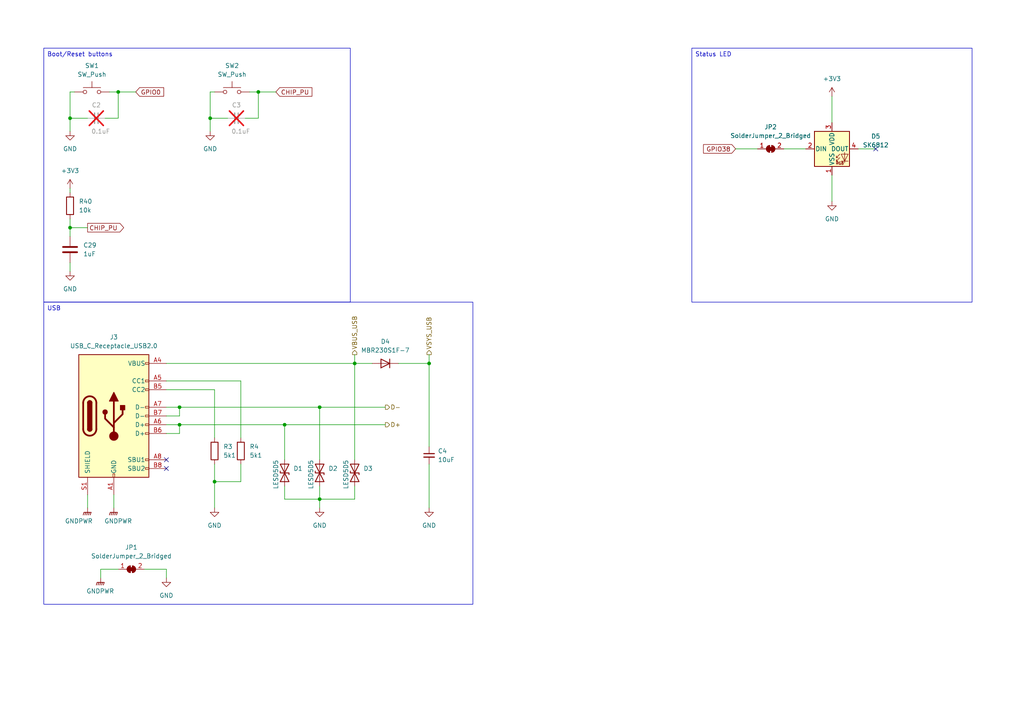
<source format=kicad_sch>
(kicad_sch (version 20231120) (generator "eeschema") (generator_version "8.0")
  (paper "A4")
  (title_block (title "esp32-s3-simple") (date "2023-10-03"))
  (lib_symbols
    (symbol "Connector:USB_C_Receptacle_USB2.0" (pin_names (offset 1.016))
      (property "Reference" "J" (at -10.16 19.05 0))
      (property "Value" "USB_C_Receptacle_USB2.0" (at 19.05 19.05 0))
      (symbol "USB_C_Receptacle_USB2.0_0_0"
        (rectangle (start -0.254 -17.78) (end 0.254 -16.764))
        (rectangle (start 10.16 -14.986) (end 9.144 -15.494))
        (rectangle (start 10.16 -12.446) (end 9.144 -12.954))
        (rectangle (start 10.16 -4.826) (end 9.144 -5.334))
        (rectangle (start 10.16 -2.286) (end 9.144 -2.794))
        (rectangle (start 10.16 0.254) (end 9.144 -0.254))
        (rectangle (start 10.16 2.794) (end 9.144 2.286))
        (rectangle (start 10.16 7.874) (end 9.144 7.366))
        (rectangle (start 10.16 10.414) (end 9.144 9.906))
        (rectangle (start 10.16 15.494) (end 9.144 14.986))
      )
      (symbol "USB_C_Receptacle_USB2.0_0_1"
        (rectangle (start -10.16 17.78) (end 10.16 -17.78) (stroke (width 0.254)) (fill (type background)))
        (arc (start -8.89 -3.81) (mid -6.985 -5.7067) (end -5.08 -3.81) (stroke (width 0.508)))
        (arc (start -7.62 -3.81) (mid -6.985 -4.4423) (end -6.35 -3.81) (stroke (width 0.254)))
        (arc (start -7.62 -3.81) (mid -6.985 -4.4423) (end -6.35 -3.81) (stroke (width 0.254)) (fill (type outline)))
        (rectangle (start -7.62 -3.81) (end -6.35 3.81) (stroke (width 0.254)) (fill (type outline)))
        (arc (start -6.35 3.81) (mid -6.985 4.4423) (end -7.62 3.81) (stroke (width 0.254)))
        (arc (start -6.35 3.81) (mid -6.985 4.4423) (end -7.62 3.81) (stroke (width 0.254)) (fill (type outline)))
        (arc (start -5.08 3.81) (mid -6.985 5.7067) (end -8.89 3.81) (stroke (width 0.508)))
        (circle (center -2.54 1.143) (radius 0.635) (stroke (width 0.254)) (fill (type outline)))
        (circle (center 0 -5.842) (radius 1.27) (fill (type outline)))
        (polyline (pts (xy -8.89 -3.81) (xy -8.89 3.81)) (stroke (width 0.508)))
        (polyline (pts (xy -5.08 3.81) (xy -5.08 -3.81)) (stroke (width 0.508)))
        (polyline (pts (xy 0 -5.842) (xy 0 4.318)) (stroke (width 0.508)))
        (polyline (pts (xy 0 -3.302) (xy -2.54 -0.762) (xy -2.54 0.508)) (stroke (width 0.508)))
        (polyline (pts (xy 0 -2.032) (xy 2.54 0.508) (xy 2.54 1.778)) (stroke (width 0.508)))
        (polyline (pts (xy -1.27 4.318) (xy 0 6.858) (xy 1.27 4.318) (xy -1.27 4.318)) (stroke (width 0.254)) (fill (type outline)))
        (rectangle (start 1.905 1.778) (end 3.175 3.048) (stroke (width 0.254)) (fill (type outline)))
      )
      (symbol "USB_C_Receptacle_USB2.0_1_1"
        (pin passive line (at 0 -22.86 90) (length 5.08) (name "GND") (number "A1"))
        (pin passive line (at 0 -22.86 90) (length 5.08) hide (name "GND") (number "A12"))
        (pin passive line (at 15.24 15.24 180) (length 5.08) (name "VBUS") (number "A4"))
        (pin bidirectional line (at 15.24 10.16 180) (length 5.08) (name "CC1") (number "A5"))
        (pin bidirectional line (at 15.24 -2.54 180) (length 5.08) (name "D+") (number "A6"))
        (pin bidirectional line (at 15.24 2.54 180) (length 5.08) (name "D-") (number "A7"))
        (pin bidirectional line (at 15.24 -12.7 180) (length 5.08) (name "SBU1") (number "A8"))
        (pin passive line (at 15.24 15.24 180) (length 5.08) hide (name "VBUS") (number "A9"))
        (pin passive line (at 0 -22.86 90) (length 5.08) hide (name "GND") (number "B1"))
        (pin passive line (at 0 -22.86 90) (length 5.08) hide (name "GND") (number "B12"))
        (pin passive line (at 15.24 15.24 180) (length 5.08) hide (name "VBUS") (number "B4"))
        (pin bidirectional line (at 15.24 7.62 180) (length 5.08) (name "CC2") (number "B5"))
        (pin bidirectional line (at 15.24 -5.08 180) (length 5.08) (name "D+") (number "B6"))
        (pin bidirectional line (at 15.24 0 180) (length 5.08) (name "D-") (number "B7"))
        (pin bidirectional line (at 15.24 -15.24 180) (length 5.08) (name "SBU2") (number "B8"))
        (pin passive line (at 15.24 15.24 180) (length 5.08) hide (name "VBUS") (number "B9"))
        (pin passive line (at -7.62 -22.86 90) (length 5.08) (name "SHIELD") (number "S1"))
      )
    )
    (symbol "Device:C" (pin_numbers hide) (pin_names (offset 0.254))
      (property "Reference" "C" (at 0.635 2.54 0))
      (property "Value" "C" (at 0.635 -2.54 0))
      (symbol "C_0_1"
        (polyline (pts (xy -2.032 -0.762) (xy 2.032 -0.762)) (stroke (width 0.508)))
        (polyline (pts (xy -2.032 0.762) (xy 2.032 0.762)) (stroke (width 0.508)))
      )
      (symbol "C_1_1"
        (pin passive line (at 0 3.81 270) (length 2.794) (name "~") (number "1"))
        (pin passive line (at 0 -3.81 90) (length 2.794) (name "~") (number "2"))
      )
    )
    (symbol "Device:C_Small" (pin_numbers hide) (pin_names (offset 0.254) hide)
      (property "Reference" "C" (at 0.254 1.778 0))
      (property "Value" "C_Small" (at 0.254 -2.032 0))
      (symbol "C_Small_0_1"
        (polyline (pts (xy -1.524 -0.508) (xy 1.524 -0.508)) (stroke (width 0.3302)))
        (polyline (pts (xy -1.524 0.508) (xy 1.524 0.508)) (stroke (width 0.3048)))
      )
      (symbol "C_Small_1_1"
        (pin passive line (at 0 2.54 270) (length 2.032) (name "~") (number "1"))
        (pin passive line (at 0 -2.54 90) (length 2.032) (name "~") (number "2"))
      )
    )
    (symbol "Device:D" (pin_numbers hide) (pin_names (offset 1.016) hide)
      (property "Reference" "D" (at 0 2.54 0))
      (property "Value" "D" (at 0 -2.54 0))
      (symbol "D_0_1"
        (polyline (pts (xy -1.27 1.27) (xy -1.27 -1.27)) (stroke (width 0.254)))
        (polyline (pts (xy 1.27 0) (xy -1.27 0)))
        (polyline (pts (xy 1.27 1.27) (xy 1.27 -1.27) (xy -1.27 0) (xy 1.27 1.27)) (stroke (width 0.254)))
      )
      (symbol "D_1_1"
        (pin passive line (at -3.81 0 0) (length 2.54) (name "K") (number "1"))
        (pin passive line (at 3.81 0 180) (length 2.54) (name "A") (number "2"))
      )
    )
    (symbol "Device:D_TVS" (pin_numbers hide) (pin_names (offset 1.016) hide)
      (property "Reference" "D" (at 0 2.54 0))
      (property "Value" "D_TVS" (at 0 -2.54 0))
      (symbol "D_TVS_0_1"
        (polyline (pts (xy 1.27 0) (xy -1.27 0)))
        (polyline (pts (xy 0.508 1.27) (xy 0 1.27) (xy 0 -1.27) (xy -0.508 -1.27)) (stroke (width 0.254)))
        (polyline (pts (xy -2.54 1.27) (xy -2.54 -1.27) (xy 2.54 1.27) (xy 2.54 -1.27) (xy -2.54 1.27)) (stroke (width 0.254)))
      )
      (symbol "D_TVS_1_1"
        (pin passive line (at -3.81 0 0) (length 2.54) (name "A1") (number "1"))
        (pin passive line (at 3.81 0 180) (length 2.54) (name "A2") (number "2"))
      )
    )
    (symbol "Device:R" (pin_numbers hide) (pin_names (offset 0))
      (property "Reference" "R" (at 2.032 0 90))
      (property "Value" "R" (at 0 0 90))
      (symbol "R_0_1"
        (rectangle (start -1.016 -2.54) (end 1.016 2.54) (stroke (width 0.254)))
      )
      (symbol "R_1_1"
        (pin passive line (at 0 3.81 270) (length 1.27) (name "~") (number "1"))
        (pin passive line (at 0 -3.81 90) (length 1.27) (name "~") (number "2"))
      )
    )
    (symbol "Jumper:SolderJumper_2_Bridged" (pin_names (offset 0) hide)
      (property "Reference" "JP" (at 0 2.032 0))
      (property "Value" "SolderJumper_2_Bridged" (at 0 -2.54 0))
      (symbol "SolderJumper_2_Bridged_0_1"
        (rectangle (start -0.508 0.508) (end 0.508 -0.508) (fill (type outline)))
        (arc (start -0.254 1.016) (mid -1.2656 0) (end -0.254 -1.016))
        (arc (start -0.254 1.016) (mid -1.2656 0) (end -0.254 -1.016) (fill (type outline)))
        (polyline (pts (xy -0.254 1.016) (xy -0.254 -1.016)))
        (polyline (pts (xy 0.254 1.016) (xy 0.254 -1.016)))
        (arc (start 0.254 -1.016) (mid 1.2656 0) (end 0.254 1.016))
        (arc (start 0.254 -1.016) (mid 1.2656 0) (end 0.254 1.016) (fill (type outline)))
      )
      (symbol "SolderJumper_2_Bridged_1_1"
        (pin passive line (at -3.81 0 0) (length 2.54) (name "A") (number "1"))
        (pin passive line (at 3.81 0 180) (length 2.54) (name "B") (number "2"))
      )
    )
    (symbol "LED:SK6812" (pin_names (offset 0.254))
      (property "Reference" "D" (at 5.08 5.715 0))
      (property "Value" "SK6812" (at 1.27 -5.715 0))
      (symbol "SK6812_0_0"
        (text "RGB" (at 2.286 -4.191 0) (effects (font (size 0.762 0.762))))
      )
      (symbol "SK6812_0_1"
        (polyline (pts (xy 1.27 -3.556) (xy 1.778 -3.556)))
        (polyline (pts (xy 1.27 -2.54) (xy 1.778 -2.54)))
        (polyline (pts (xy 4.699 -3.556) (xy 2.667 -3.556)))
        (polyline (pts (xy 2.286 -2.54) (xy 1.27 -3.556) (xy 1.27 -3.048)))
        (polyline (pts (xy 2.286 -1.524) (xy 1.27 -2.54) (xy 1.27 -2.032)))
        (polyline (pts (xy 3.683 -1.016) (xy 3.683 -3.556) (xy 3.683 -4.064)))
        (polyline (pts (xy 4.699 -1.524) (xy 2.667 -1.524) (xy 3.683 -3.556) (xy 4.699 -1.524)))
        (rectangle (start 5.08 5.08) (end -5.08 -5.08) (stroke (width 0.254)) (fill (type background)))
      )
      (symbol "SK6812_1_1"
        (pin power_in line (at 0 -7.62 90) (length 2.54) (name "VSS") (number "1"))
        (pin input line (at -7.62 0 0) (length 2.54) (name "DIN") (number "2"))
        (pin power_in line (at 0 7.62 270) (length 2.54) (name "VDD") (number "3"))
        (pin output line (at 7.62 0 180) (length 2.54) (name "DOUT") (number "4"))
      )
    )
    (symbol "Switch:SW_Push" (pin_numbers hide) (pin_names (offset 1.016) hide)
      (property "Reference" "SW" (at 1.27 2.54 0))
      (property "Value" "SW_Push" (at 0 -1.524 0))
      (symbol "SW_Push_0_1"
        (circle (center -2.032 0) (radius 0.508))
        (polyline (pts (xy 0 1.27) (xy 0 3.048)))
        (polyline (pts (xy 2.54 1.27) (xy -2.54 1.27)))
        (circle (center 2.032 0) (radius 0.508))
        (pin passive line (at -5.08 0 0) (length 2.54) (name "1") (number "1"))
        (pin passive line (at 5.08 0 180) (length 2.54) (name "2") (number "2"))
      )
    )
    (symbol "power:+3V3" (power) (pin_names (offset 0))
      (property "Value" "+3V3" (at 0 3.556 0))
      (symbol "+3V3_0_1"
        (polyline (pts (xy -0.762 1.27) (xy 0 2.54)))
        (polyline (pts (xy 0 0) (xy 0 2.54)))
        (polyline (pts (xy 0 2.54) (xy 0.762 1.27)))
      )
      (symbol "+3V3_1_1"
        (pin power_in line (at 0 0 90) (length 0) hide (name "+3V3") (number "1"))
      )
    )
    (symbol "power:GND" (power) (pin_names (offset 0))
      (property "Value" "GND" (at 0 -3.81 0))
      (symbol "GND_0_1"
        (polyline (pts (xy 0 0) (xy 0 -1.27) (xy 1.27 -1.27) (xy 0 -2.54) (xy -1.27 -1.27) (xy 0 -1.27)))
      )
      (symbol "GND_1_1"
        (pin power_in line (at 0 0 270) (length 0) hide (name "GND") (number "1"))
      )
    )
    (symbol "power:GNDPWR" (power) (pin_names (offset 0))
      (property "Value" "GNDPWR" (at 0 -3.302 0))
      (symbol "GNDPWR_0_1"
        (polyline (pts (xy 0 -1.27) (xy 0 0)))
        (polyline (pts (xy -1.016 -1.27) (xy -1.27 -2.032) (xy -1.27 -2.032)) (stroke (width 0.2032)))
        (polyline (pts (xy -0.508 -1.27) (xy -0.762 -2.032) (xy -0.762 -2.032)) (stroke (width 0.2032)))
        (polyline (pts (xy 0 -1.27) (xy -0.254 -2.032) (xy -0.254 -2.032)) (stroke (width 0.2032)))
        (polyline (pts (xy 0.508 -1.27) (xy 0.254 -2.032) (xy 0.254 -2.032)) (stroke (width 0.2032)))
        (polyline (pts (xy 1.016 -1.27) (xy -1.016 -1.27) (xy -1.016 -1.27)) (stroke (width 0.2032)))
        (polyline (pts (xy 1.016 -1.27) (xy 0.762 -2.032) (xy 0.762 -2.032) (xy 0.762 -2.032)) (stroke (width 0.2032)))
      )
      (symbol "GNDPWR_1_1"
        (pin power_in line (at 0 0 270) (length 0) hide (name "GNDPWR") (number "1"))
      )
    )
  )
  (junction (at 92.71 144.78))
  (junction (at 52.07 123.19))
  (junction (at 82.55 123.19))
  (junction (at 60.96 34.29))
  (junction (at 62.23 139.7))
  (junction (at 102.87 105.41))
  (junction (at 92.71 118.11))
  (junction (at 20.32 66.04))
  (junction (at 124.46 105.41))
  (junction (at 74.93 26.67))
  (junction (at 20.32 34.29))
  (junction (at 34.29 26.67))
  (junction (at 52.07 118.11))
  (no_connect (at 48.26 133.35))
  (no_connect (at 48.26 135.89))
  (no_connect (at 254 43.18))
  (wire (pts (xy 48.26 118.11) (xy 52.07 118.11)))
  (wire (pts (xy 82.55 144.78) (xy 92.71 144.78)))
  (wire (pts (xy 20.32 54.61) (xy 20.32 55.88)))
  (wire (pts (xy 69.85 110.49) (xy 69.85 127)))
  (wire (pts (xy 29.21 165.1) (xy 34.29 165.1)))
  (wire (pts (xy 20.32 26.67) (xy 20.32 34.29)))
  (wire (pts (xy 20.32 68.58) (xy 20.32 66.04)))
  (wire (pts (xy 52.07 118.11) (xy 52.07 120.65)))
  (wire (pts (xy 48.26 110.49) (xy 69.85 110.49)))
  (wire (pts (xy 33.02 143.51) (xy 33.02 147.32)))
  (wire (pts (xy 241.3 50.8) (xy 241.3 58.42)))
  (wire (pts (xy 82.55 123.19) (xy 82.55 133.35)))
  (wire (pts (xy 72.39 26.67) (xy 74.93 26.67)))
  (wire (pts (xy 25.4 143.51) (xy 25.4 147.32)))
  (wire (pts (xy 82.55 123.19) (xy 111.76 123.19)))
  (wire (pts (xy 52.07 120.65) (xy 48.26 120.65)))
  (wire (pts (xy 227.33 43.18) (xy 233.68 43.18)))
  (wire (pts (xy 92.71 144.78) (xy 92.71 147.32)))
  (wire (pts (xy 74.93 34.29) (xy 71.12 34.29)))
  (wire (pts (xy 52.07 123.19) (xy 48.26 123.19)))
  (wire (pts (xy 92.71 140.97) (xy 92.71 144.78)))
  (wire (pts (xy 52.07 118.11) (xy 92.71 118.11)))
  (wire (pts (xy 62.23 26.67) (xy 60.96 26.67)))
  (wire (pts (xy 60.96 34.29) (xy 66.04 34.29)))
  (wire (pts (xy 20.32 76.2) (xy 20.32 78.74)))
  (wire (pts (xy 74.93 26.67) (xy 80.01 26.67)))
  (wire (pts (xy 34.29 34.29) (xy 30.48 34.29)))
  (wire (pts (xy 41.91 165.1) (xy 48.26 165.1)))
  (wire (pts (xy 62.23 113.03) (xy 62.23 127)))
  (wire (pts (xy 62.23 134.62) (xy 62.23 139.7)))
  (wire (pts (xy 20.32 66.04) (xy 25.4 66.04)))
  (wire (pts (xy 20.32 34.29) (xy 25.4 34.29)))
  (wire (pts (xy 20.32 63.5) (xy 20.32 66.04)))
  (wire (pts (xy 124.46 134.62) (xy 124.46 147.32)))
  (wire (pts (xy 107.95 105.41) (xy 102.87 105.41)))
  (wire (pts (xy 48.26 113.03) (xy 62.23 113.03)))
  (wire (pts (xy 102.87 144.78) (xy 102.87 140.97)))
  (wire (pts (xy 48.26 125.73) (xy 52.07 125.73)))
  (wire (pts (xy 124.46 102.87) (xy 124.46 105.41)))
  (wire (pts (xy 60.96 34.29) (xy 60.96 38.1)))
  (wire (pts (xy 48.26 105.41) (xy 102.87 105.41)))
  (wire (pts (xy 124.46 105.41) (xy 124.46 129.54)))
  (wire (pts (xy 124.46 105.41) (xy 115.57 105.41)))
  (wire (pts (xy 20.32 34.29) (xy 20.32 38.1)))
  (wire (pts (xy 241.3 27.94) (xy 241.3 35.56)))
  (wire (pts (xy 92.71 118.11) (xy 111.76 118.11)))
  (wire (pts (xy 102.87 105.41) (xy 102.87 133.35)))
  (wire (pts (xy 34.29 26.67) (xy 39.37 26.67)))
  (wire (pts (xy 102.87 102.87) (xy 102.87 105.41)))
  (wire (pts (xy 213.36 43.18) (xy 219.71 43.18)))
  (wire (pts (xy 21.59 26.67) (xy 20.32 26.67)))
  (wire (pts (xy 31.75 26.67) (xy 34.29 26.67)))
  (wire (pts (xy 52.07 123.19) (xy 82.55 123.19)))
  (wire (pts (xy 69.85 134.62) (xy 69.85 139.7)))
  (wire (pts (xy 248.92 43.18) (xy 254 43.18)))
  (wire (pts (xy 92.71 144.78) (xy 102.87 144.78)))
  (wire (pts (xy 92.71 118.11) (xy 92.71 133.35)))
  (wire (pts (xy 48.26 165.1) (xy 48.26 167.64)))
  (wire (pts (xy 82.55 140.97) (xy 82.55 144.78)))
  (wire (pts (xy 52.07 125.73) (xy 52.07 123.19)))
  (wire (pts (xy 62.23 139.7) (xy 62.23 147.32)))
  (wire (pts (xy 74.93 26.67) (xy 74.93 34.29)))
  (wire (pts (xy 60.96 26.67) (xy 60.96 34.29)))
  (wire (pts (xy 62.23 139.7) (xy 69.85 139.7)))
  (wire (pts (xy 34.29 26.67) (xy 34.29 34.29)))
  (wire (pts (xy 29.21 167.64) (xy 29.21 165.1)))
  (text_box "Status LED" (at 200.66 13.97 0) (size 81.28 73.66) (effects (font (size 1.27 1.27)) (justify left top)))
  (text_box "USB" (at 12.7 87.63 0) (size 124.46 87.63) (effects (font (size 1.27 1.27)) (justify left top)))
  (text_box "Boot/Reset buttons" (at 12.7 13.97 0) (size 88.9 73.66) (effects (font (size 1.27 1.27)) (justify left top)))
  (global_label "CHIP_PU" (shape input) (at 80.01 26.67 0) (property "Intersheetrefs" "${INTERSHEET_REFS}" (effects (hide yes))))
  (global_label "CHIP_PU" (shape output) (at 25.4 66.04 0) (property "Intersheetrefs" "${INTERSHEET_REFS}" (effects (hide yes))))
  (global_label "GPIO0" (shape input) (at 39.37 26.67 0) (property "Intersheetrefs" "${INTERSHEET_REFS}" (effects (hide yes))))
  (global_label "GPIO38" (shape input) (at 213.36 43.18 180) (property "Intersheetrefs" "${INTERSHEET_REFS}" (effects (hide yes))))
  (hierarchical_label "VBUS_USB" (shape output) (at 102.87 102.87 90))
  (hierarchical_label "D+" (shape output) (at 111.76 123.19 0))
  (hierarchical_label "VSYS_USB" (shape output) (at 124.46 102.87 90))
  (hierarchical_label "D-" (shape output) (at 111.76 118.11 0))
  (symbol (lib_id "Device:C_Small") (at 124.46 132.08 0) (unit 1)
    (property "Reference" "C4" (at 127 130.8163 0) (effects (justify left)))
    (property "Value" "10uF" (at 127 133.3563 0) (effects (justify left)))
    (property "Footprint" "Capacitor_SMD:C_1206_3216Metric_Pad1.33x1.80mm_HandSolder" (effects (hide yes)))
    (property "Rating" "25V" (effects (hide yes)))
    (property "Tolerance" "20%" (effects (hide yes)))
  )
  (symbol (lib_id "power:GNDPWR") (at 33.02 147.32 0) (unit 1)
    (property "Reference" "#PWR013" (effects (hide yes)))
    (property "Value" "GNDPWR" (at 34.29 151.13 0))
  )
  (symbol (lib_id "Device:D_TVS") (at 102.87 137.16 90) (unit 1)
    (property "Reference" "D3" (at 105.41 135.89 90) (effects (justify right)))
    (property "Value" "LESD5D5" (at 100.33 133.35 0) (effects (justify right)))
    (property "Footprint" "Diode_SMD:D_SOD-323_HandSoldering" (effects (hide yes)))
  )
  (symbol (lib_id "Device:R") (at 20.32 59.69 0) (unit 1)
    (property "Reference" "R40" (at 22.86 58.42 0) (effects (justify left)))
    (property "Value" "10k" (at 22.86 60.96 0) (effects (justify left)))
    (property "Footprint" "Resistor_SMD:R_1206_3216Metric_Pad1.30x1.75mm_HandSolder" (effects (hide yes)))
    (instances (project "esp32-board" (path "" (reference "R40") (unit 1)) (path "" (reference "R2") (unit 1))) (project "esp32-s3-simple" (path "" (reference "R40") (unit 1))))
  )
  (symbol (lib_id "Connector:USB_C_Receptacle_USB2.0") (at 33.02 120.65 0) (unit 1)
    (property "Reference" "J3" (at 33.02 97.79 0))
    (property "Value" "USB_C_Receptacle_USB2.0" (at 33.02 100.33 0))
    (property "Footprint" "Connector_USB:USB_C_Receptacle_GCT_USB4105-xx-A_16P_TopMnt_Horizontal" (effects (hide yes)))
    (property "Datasheet" "https://www.usb.org/sites/default/files/documents/usb_type-c.zip" (effects (hide yes)))
  )
  (symbol (lib_id "power:+3V3") (at 20.32 54.61 0) (unit 1)
    (property "Reference" "#PWR018" (effects (hide yes)))
    (property "Value" "+3V3" (at 20.32 49.53 0))
    (instances (project "esp32-board" (path "" (reference "#PWR018") (unit 1)) (path "" (reference "#PWR09") (unit 1))) (project "esp32-s3-simple" (path "" (reference "#PWR0101") (unit 1))))
  )
  (symbol (lib_id "power:GND") (at 48.26 167.64 0) (unit 1)
    (property "Reference" "#PWR014" (effects (hide yes)))
    (property "Value" "GND" (at 48.26 172.72 0))
  )
  (symbol (lib_id "Jumper:SolderJumper_2_Bridged") (at 223.52 43.18 0) (unit 1)
    (property "Reference" "JP2" (at 223.52 36.83 0))
    (property "Value" "SolderJumper_2_Bridged" (at 223.52 39.37 0))
    (property "Footprint" "Jumper:SolderJumper-2_P1.3mm_Bridged2Bar_Pad1.0x1.5mm" (effects (hide yes)))
  )
  (symbol (lib_id "power:GND") (at 20.32 38.1 0) (unit 1)
    (property "Reference" "#PWR08" (effects (hide yes)))
    (property "Value" "GND" (at 20.32 43.18 0))
    (instances (project "esp32-board" (path "" (reference "#PWR08") (unit 1)) (path "" (reference "#PWR01") (unit 1))) (project "esp32-s3-simple" (path "" (reference "#PWR08") (unit 1))))
  )
  (symbol (lib_id "Switch:SW_Push") (at 26.67 26.67 0) (unit 1)
    (property "Reference" "SW1" (at 26.67 19.05 0))
    (property "Value" "SW_Push" (at 26.67 21.59 0))
    (property "Footprint" "Button_Switch_THT:SW_PUSH_6mm" (effects (hide yes)))
  )
  (symbol (lib_id "power:GND") (at 62.23 147.32 0) (unit 1)
    (property "Reference" "#PWR016" (effects (hide yes)))
    (property "Value" "GND" (at 62.23 152.4 0))
  )
  (symbol (lib_id "Device:C") (at 20.32 72.39 0) (unit 1)
    (property "Reference" "C29" (at 24.13 71.12 0) (effects (justify left)))
    (property "Value" "1uF" (at 24.13 73.66 0) (effects (justify left)))
    (property "Footprint" "Capacitor_SMD:C_0603_1608Metric_Pad1.08x0.95mm_HandSolder" (effects (hide yes)))
    (instances (project "esp32-board" (path "" (reference "C29") (unit 1)) (path "" (reference "C1") (unit 1))) (project "esp32-s3-simple" (path "" (reference "C29") (unit 1))))
  )
  (symbol (lib_id "power:GND") (at 60.96 38.1 0) (unit 1)
    (property "Reference" "#PWR015" (effects (hide yes)))
    (property "Value" "GND" (at 60.96 43.18 0))
    (instances (project "esp32-board" (path "" (reference "#PWR015") (unit 1)) (path "" (reference "#PWR09") (unit 1))) (project "esp32-s3-simple" (path "" (reference "#PWR015") (unit 1))))
  )
  (symbol (lib_id "Device:D_TVS") (at 92.71 137.16 90) (unit 1)
    (property "Reference" "D2" (at 95.25 135.89 90) (effects (justify right)))
    (property "Value" "LESD5D5" (at 90.17 133.35 0) (effects (justify right)))
    (property "Footprint" "Diode_SMD:D_SOD-323_HandSoldering" (effects (hide yes)))
  )
  (symbol (lib_id "power:GND") (at 20.32 78.74 0) (unit 1)
    (property "Reference" "#PWR022" (effects (hide yes)))
    (property "Value" "GND" (at 20.32 83.82 0))
    (instances (project "esp32-board" (path "" (reference "#PWR022") (unit 1)) (path "" (reference "#PWR010") (unit 1))) (project "esp32-s3-simple" (path "" (reference "#PWR022") (unit 1))))
  )
  (symbol (lib_id "Device:C_Small") (at 27.94 34.29 270) (unit 1) (dnp yes)
    (property "Reference" "C2" (at 27.94 30.48 90))
    (property "Value" "0.1uF" (at 29.21 38.1 90))
    (property "Footprint" "Capacitor_SMD:C_0603_1608Metric_Pad1.08x0.95mm_HandSolder" (effects (hide yes)))
    (property "Rating" "50V" (effects (hide yes)))
    (property "Tolerance" "10%" (effects (hide yes)))
  )
  (symbol (lib_id "power:GND") (at 241.3 58.42 0) (unit 1)
    (property "Reference" "#PWR020" (effects (hide yes)))
    (property "Value" "GND" (at 241.3 63.5 0))
  )
  (symbol (lib_id "Device:D") (at 111.76 105.41 180) (unit 1)
    (property "Reference" "D4" (at 111.76 99.06 0))
    (property "Value" "MBR230S1F-7" (at 111.76 101.6 0))
    (property "Footprint" "Diode_SMD:D_SOD-123F" (effects (hide yes)))
    (property "Sim.Device" "D" (effects (hide yes)))
    (property "Sim.Pins" "1=K 2=A" (effects (hide yes)))
  )
  (symbol (lib_id "Device:R") (at 62.23 130.81 0) (unit 1)
    (property "Reference" "R3" (at 64.77 129.54 0) (effects (justify left)))
    (property "Value" "5k1" (at 64.77 132.08 0) (effects (justify left)))
    (property "Footprint" "Resistor_SMD:R_1206_3216Metric_Pad1.30x1.75mm_HandSolder" (effects (hide yes)))
  )
  (symbol (lib_id "Device:D_TVS") (at 82.55 137.16 90) (unit 1)
    (property "Reference" "D1" (at 85.09 135.89 90) (effects (justify right)))
    (property "Value" "LESD5D5" (at 80.01 133.35 0) (effects (justify right)))
    (property "Footprint" "Diode_SMD:D_SOD-323_HandSoldering" (effects (hide yes)))
  )
  (symbol (lib_id "Switch:SW_Push") (at 67.31 26.67 0) (unit 1)
    (property "Reference" "SW2" (at 67.31 19.05 0))
    (property "Value" "SW_Push" (at 67.31 21.59 0))
    (property "Footprint" "Button_Switch_THT:SW_PUSH_6mm" (effects (hide yes)))
  )
  (symbol (lib_id "power:GNDPWR") (at 25.4 147.32 0) (unit 1)
    (property "Reference" "#PWR011" (effects (hide yes)))
    (property "Value" "GNDPWR" (at 22.86 151.13 0))
  )
  (symbol (lib_id "LED:SK6812") (at 241.3 43.18 0) (unit 1)
    (property "Reference" "D5" (at 254 39.5321 0))
    (property "Value" "SK6812" (at 254 42.0721 0))
    (property "Footprint" "LED_SMD:LED_SK6812_PLCC4_5.0x5.0mm_P3.2mm" (effects (hide yes)))
    (property "Datasheet" "https://cdn-shop.adafruit.com/product-files/1138/SK6812+LED+datasheet+.pdf" (effects (hide yes)))
  )
  (symbol (lib_id "Device:C_Small") (at 68.58 34.29 270) (unit 1) (dnp yes)
    (property "Reference" "C3" (at 68.58 30.48 90))
    (property "Value" "0.1uF" (at 69.85 38.1 90))
    (property "Footprint" "Capacitor_SMD:C_0603_1608Metric_Pad1.08x0.95mm_HandSolder" (effects (hide yes)))
    (property "Rating" "50V" (effects (hide yes)))
    (property "Tolerance" "10%" (effects (hide yes)))
    (instances (project "esp32-board" (path "" (reference "C3") (unit 1)) (path "" (reference "C6") (unit 1))) (project "esp32-s3-simple" (path "" (reference "C3") (unit 1))))
  )
  (symbol (lib_id "power:GNDPWR") (at 29.21 167.64 0) (unit 1)
    (property "Reference" "#PWR012" (effects (hide yes)))
    (property "Value" "GNDPWR" (at 29.083 171.45 0))
  )
  (symbol (lib_id "power:GND") (at 124.46 147.32 0) (unit 1)
    (property "Reference" "#PWR018" (effects (hide yes)))
    (property "Value" "GND" (at 124.46 152.4 0))
  )
  (symbol (lib_id "power:GND") (at 92.71 147.32 0) (unit 1)
    (property "Reference" "#PWR017" (effects (hide yes)))
    (property "Value" "GND" (at 92.71 152.4 0))
  )
  (symbol (lib_id "Device:R") (at 69.85 130.81 0) (unit 1)
    (property "Reference" "R4" (at 72.39 129.54 0) (effects (justify left)))
    (property "Value" "5k1" (at 72.39 132.08 0) (effects (justify left)))
    (property "Footprint" "Resistor_SMD:R_1206_3216Metric_Pad1.30x1.75mm_HandSolder" (effects (hide yes)))
  )
  (symbol (lib_id "power:+3V3") (at 241.3 27.94 0) (unit 1)
    (property "Reference" "#PWR019" (effects (hide yes)))
    (property "Value" "+3V3" (at 241.3 22.86 0))
  )
  (symbol (lib_id "Jumper:SolderJumper_2_Bridged") (at 38.1 165.1 0) (unit 1)
    (property "Reference" "JP1" (at 38.1 158.75 0))
    (property "Value" "SolderJumper_2_Bridged" (at 38.1 161.29 0))
    (property "Footprint" "Jumper:SolderJumper-2_P1.3mm_Bridged2Bar_Pad1.0x1.5mm" (effects (hide yes)))
  )
)
</source>
